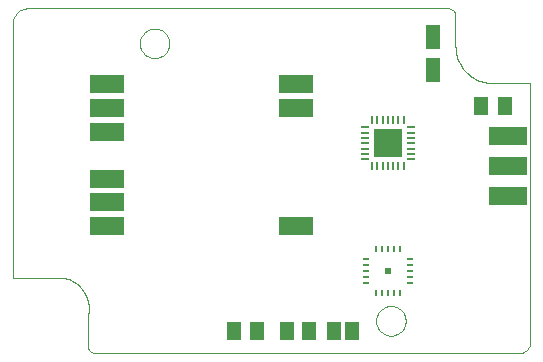
<source format=gbp>
G75*
%MOIN*%
%OFA0B0*%
%FSLAX24Y24*%
%IPPOS*%
%LPD*%
%AMOC8*
5,1,8,0,0,1.08239X$1,22.5*
%
%ADD10C,0.0000*%
%ADD11R,0.0512X0.0630*%
%ADD12R,0.0512X0.0591*%
%ADD13R,0.0472X0.0787*%
%ADD14R,0.1300X0.0600*%
%ADD15R,0.0460X0.0630*%
%ADD16R,0.0280X0.0100*%
%ADD17R,0.0100X0.0280*%
%ADD18R,0.0960X0.0960*%
%ADD19R,0.0197X0.0197*%
%ADD20R,0.0190X0.0080*%
%ADD21R,0.0080X0.0190*%
%ADD22R,0.1181X0.0591*%
D10*
X002650Y000550D02*
X002650Y001550D01*
X002663Y001611D01*
X002673Y001672D01*
X002679Y001734D01*
X002681Y001797D01*
X002679Y001859D01*
X002674Y001921D01*
X002665Y001982D01*
X002652Y002043D01*
X002635Y002103D01*
X002615Y002162D01*
X002592Y002220D01*
X002564Y002276D01*
X002534Y002330D01*
X002500Y002383D01*
X002464Y002433D01*
X002424Y002481D01*
X002381Y002527D01*
X002336Y002569D01*
X002289Y002609D01*
X002238Y002647D01*
X002186Y002681D01*
X002132Y002711D01*
X002076Y002739D01*
X002019Y002763D01*
X001960Y002783D01*
X001900Y002800D01*
X000150Y002800D01*
X000150Y011406D01*
X000150Y011300D02*
X000152Y011344D01*
X000158Y011387D01*
X000167Y011429D01*
X000180Y011471D01*
X000197Y011511D01*
X000217Y011550D01*
X000240Y011587D01*
X000267Y011621D01*
X000296Y011654D01*
X000329Y011683D01*
X000363Y011710D01*
X000400Y011733D01*
X000439Y011753D01*
X000479Y011770D01*
X000521Y011783D01*
X000563Y011792D01*
X000606Y011798D01*
X000650Y011800D01*
X014650Y011800D01*
X014680Y011798D01*
X014710Y011793D01*
X014739Y011784D01*
X014766Y011771D01*
X014792Y011756D01*
X014816Y011737D01*
X014837Y011716D01*
X014856Y011692D01*
X014871Y011666D01*
X014884Y011639D01*
X014893Y011610D01*
X014898Y011580D01*
X014900Y011550D01*
X014900Y010550D01*
X014902Y010482D01*
X014907Y010415D01*
X014916Y010348D01*
X014929Y010281D01*
X014946Y010216D01*
X014965Y010151D01*
X014989Y010087D01*
X015016Y010025D01*
X015046Y009964D01*
X015079Y009906D01*
X015115Y009849D01*
X015155Y009794D01*
X015197Y009741D01*
X015243Y009690D01*
X015290Y009643D01*
X015341Y009597D01*
X015394Y009555D01*
X015449Y009515D01*
X015506Y009479D01*
X015564Y009446D01*
X015625Y009416D01*
X015687Y009389D01*
X015751Y009365D01*
X015816Y009346D01*
X015881Y009329D01*
X015948Y009316D01*
X016015Y009307D01*
X016082Y009302D01*
X016150Y009300D01*
X017400Y009300D01*
X017400Y000694D01*
X017398Y000655D01*
X017392Y000617D01*
X017383Y000580D01*
X017370Y000543D01*
X017353Y000508D01*
X017334Y000475D01*
X017311Y000444D01*
X017285Y000415D01*
X017256Y000389D01*
X017225Y000366D01*
X017192Y000347D01*
X017157Y000330D01*
X017120Y000317D01*
X017083Y000308D01*
X017045Y000302D01*
X017006Y000300D01*
X017150Y000300D02*
X002900Y000300D01*
X002870Y000302D01*
X002840Y000307D01*
X002811Y000316D01*
X002784Y000329D01*
X002758Y000344D01*
X002734Y000363D01*
X002713Y000384D01*
X002694Y000408D01*
X002679Y000434D01*
X002666Y000461D01*
X002657Y000490D01*
X002652Y000520D01*
X002650Y000550D01*
X012256Y001383D02*
X012258Y001427D01*
X012264Y001471D01*
X012274Y001514D01*
X012287Y001556D01*
X012305Y001596D01*
X012326Y001635D01*
X012350Y001672D01*
X012377Y001707D01*
X012408Y001739D01*
X012441Y001768D01*
X012477Y001794D01*
X012515Y001816D01*
X012555Y001835D01*
X012596Y001851D01*
X012639Y001863D01*
X012682Y001871D01*
X012726Y001875D01*
X012770Y001875D01*
X012814Y001871D01*
X012857Y001863D01*
X012900Y001851D01*
X012941Y001835D01*
X012981Y001816D01*
X013019Y001794D01*
X013055Y001768D01*
X013088Y001739D01*
X013119Y001707D01*
X013146Y001672D01*
X013170Y001635D01*
X013191Y001596D01*
X013209Y001556D01*
X013222Y001514D01*
X013232Y001471D01*
X013238Y001427D01*
X013240Y001383D01*
X013238Y001339D01*
X013232Y001295D01*
X013222Y001252D01*
X013209Y001210D01*
X013191Y001170D01*
X013170Y001131D01*
X013146Y001094D01*
X013119Y001059D01*
X013088Y001027D01*
X013055Y000998D01*
X013019Y000972D01*
X012981Y000950D01*
X012941Y000931D01*
X012900Y000915D01*
X012857Y000903D01*
X012814Y000895D01*
X012770Y000891D01*
X012726Y000891D01*
X012682Y000895D01*
X012639Y000903D01*
X012596Y000915D01*
X012555Y000931D01*
X012515Y000950D01*
X012477Y000972D01*
X012441Y000998D01*
X012408Y001027D01*
X012377Y001059D01*
X012350Y001094D01*
X012326Y001131D01*
X012305Y001170D01*
X012287Y001210D01*
X012274Y001252D01*
X012264Y001295D01*
X012258Y001339D01*
X012256Y001383D01*
X004382Y010635D02*
X004384Y010679D01*
X004390Y010723D01*
X004400Y010766D01*
X004413Y010808D01*
X004431Y010848D01*
X004452Y010887D01*
X004476Y010924D01*
X004503Y010959D01*
X004534Y010991D01*
X004567Y011020D01*
X004603Y011046D01*
X004641Y011068D01*
X004681Y011087D01*
X004722Y011103D01*
X004765Y011115D01*
X004808Y011123D01*
X004852Y011127D01*
X004896Y011127D01*
X004940Y011123D01*
X004983Y011115D01*
X005026Y011103D01*
X005067Y011087D01*
X005107Y011068D01*
X005145Y011046D01*
X005181Y011020D01*
X005214Y010991D01*
X005245Y010959D01*
X005272Y010924D01*
X005296Y010887D01*
X005317Y010848D01*
X005335Y010808D01*
X005348Y010766D01*
X005358Y010723D01*
X005364Y010679D01*
X005366Y010635D01*
X005364Y010591D01*
X005358Y010547D01*
X005348Y010504D01*
X005335Y010462D01*
X005317Y010422D01*
X005296Y010383D01*
X005272Y010346D01*
X005245Y010311D01*
X005214Y010279D01*
X005181Y010250D01*
X005145Y010224D01*
X005107Y010202D01*
X005067Y010183D01*
X005026Y010167D01*
X004983Y010155D01*
X004940Y010147D01*
X004896Y010143D01*
X004852Y010143D01*
X004808Y010147D01*
X004765Y010155D01*
X004722Y010167D01*
X004681Y010183D01*
X004641Y010202D01*
X004603Y010224D01*
X004567Y010250D01*
X004534Y010279D01*
X004503Y010311D01*
X004476Y010346D01*
X004452Y010383D01*
X004431Y010422D01*
X004413Y010462D01*
X004400Y010504D01*
X004390Y010547D01*
X004384Y010591D01*
X004382Y010635D01*
D11*
X015756Y008550D03*
X016544Y008550D03*
D12*
X010024Y001050D03*
X009276Y001050D03*
X008274Y001050D03*
X007526Y001050D03*
D13*
X014150Y009749D03*
X014150Y010851D03*
D14*
X016650Y007550D03*
X016650Y006550D03*
X016650Y005550D03*
D15*
X011450Y001050D03*
X010850Y001050D03*
D16*
X011880Y006770D03*
X011880Y006950D03*
X011880Y007120D03*
X011880Y007300D03*
X011880Y007480D03*
X011880Y007650D03*
X011880Y007830D03*
X013420Y007830D03*
X013420Y007650D03*
X013420Y007480D03*
X013420Y007300D03*
X013420Y007120D03*
X013420Y006950D03*
X013420Y006770D03*
D17*
X013180Y006530D03*
X013000Y006530D03*
X012830Y006530D03*
X012650Y006530D03*
X012470Y006530D03*
X012300Y006530D03*
X012120Y006530D03*
X012120Y008070D03*
X012300Y008070D03*
X012470Y008070D03*
X012650Y008070D03*
X012830Y008070D03*
X013000Y008070D03*
X013180Y008070D03*
D18*
X012650Y007300D03*
D19*
X012650Y003050D03*
D20*
X013380Y003050D03*
X013380Y002855D03*
X013380Y002655D03*
X013380Y003245D03*
X013380Y003445D03*
X011920Y003445D03*
X011920Y003245D03*
X011920Y003050D03*
X011920Y002855D03*
X011920Y002655D03*
D21*
X012255Y002320D03*
X012455Y002320D03*
X012650Y002320D03*
X012845Y002320D03*
X013045Y002320D03*
X013045Y003780D03*
X012845Y003780D03*
X012650Y003780D03*
X012455Y003780D03*
X012255Y003780D03*
D22*
X009587Y004544D03*
X009587Y008481D03*
X009587Y009269D03*
X003288Y009269D03*
X003288Y008481D03*
X003288Y007694D03*
X003288Y006119D03*
X003288Y005331D03*
X003288Y004544D03*
M02*

</source>
